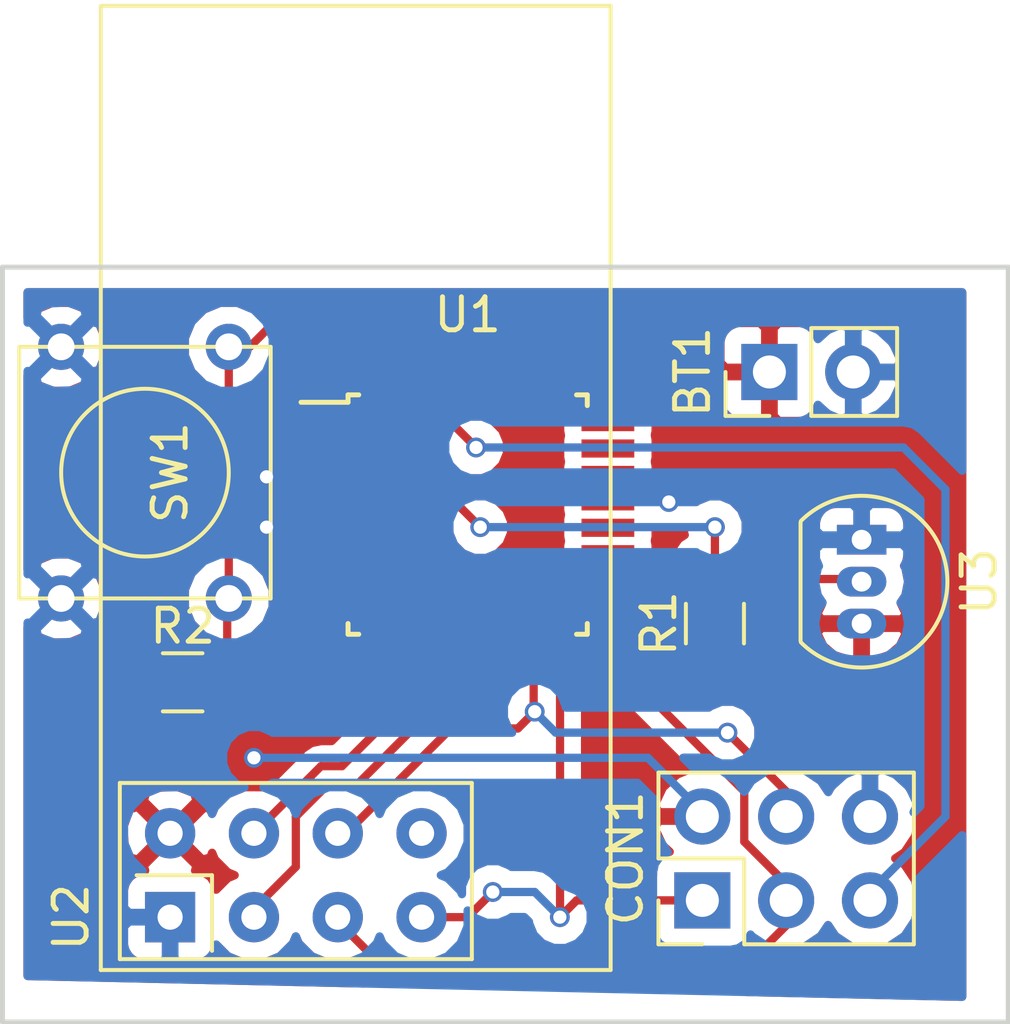
<source format=kicad_pcb>
(kicad_pcb (version 4) (host pcbnew 4.0.6)

  (general
    (links 30)
    (no_connects 0)
    (area 150.419999 83.109999 181.050001 106.120001)
    (thickness 1.6)
    (drawings 4)
    (tracks 100)
    (zones 0)
    (modules 8)
    (nets 30)
  )

  (page A4)
  (layers
    (0 F.Cu signal)
    (31 B.Cu signal)
    (32 B.Adhes user)
    (33 F.Adhes user)
    (34 B.Paste user)
    (35 F.Paste user)
    (36 B.SilkS user)
    (37 F.SilkS user)
    (38 B.Mask user)
    (39 F.Mask user)
    (40 Dwgs.User user hide)
    (41 Cmts.User user hide)
    (42 Eco1.User user hide)
    (43 Eco2.User user hide)
    (44 Edge.Cuts user)
    (45 Margin user hide)
    (46 B.CrtYd user)
    (47 F.CrtYd user)
    (48 B.Fab user)
    (49 F.Fab user)
  )

  (setup
    (last_trace_width 0.25)
    (trace_clearance 0.2)
    (zone_clearance 0.508)
    (zone_45_only no)
    (trace_min 0.2)
    (segment_width 0.2)
    (edge_width 0.15)
    (via_size 0.6)
    (via_drill 0.4)
    (via_min_size 0.4)
    (via_min_drill 0.3)
    (uvia_size 0.3)
    (uvia_drill 0.1)
    (uvias_allowed no)
    (uvia_min_size 0.2)
    (uvia_min_drill 0.1)
    (pcb_text_width 0.3)
    (pcb_text_size 1.5 1.5)
    (mod_edge_width 0.15)
    (mod_text_size 1 1)
    (mod_text_width 0.15)
    (pad_size 1.524 1.524)
    (pad_drill 0.762)
    (pad_to_mask_clearance 0.2)
    (aux_axis_origin 0 0)
    (visible_elements FFFFFF7F)
    (pcbplotparams
      (layerselection 0x00030_80000001)
      (usegerberextensions false)
      (excludeedgelayer true)
      (linewidth 0.100000)
      (plotframeref false)
      (viasonmask false)
      (mode 1)
      (useauxorigin false)
      (hpglpennumber 1)
      (hpglpenspeed 20)
      (hpglpendiameter 15)
      (hpglpenoverlay 2)
      (psnegative false)
      (psa4output false)
      (plotreference true)
      (plotvalue true)
      (plotinvisibletext false)
      (padsonsilk false)
      (subtractmaskfromsilk false)
      (outputformat 1)
      (mirror false)
      (drillshape 1)
      (scaleselection 1)
      (outputdirectory ""))
  )

  (net 0 "")
  (net 1 +3V3)
  (net 2 GND)
  (net 3 "Net-(R1-Pad2)")
  (net 4 "Net-(U1-Pad1)")
  (net 5 "Net-(U1-Pad2)")
  (net 6 "Net-(U1-Pad7)")
  (net 7 "Net-(U1-Pad8)")
  (net 8 "Net-(U1-Pad9)")
  (net 9 "Net-(U1-Pad10)")
  (net 10 CE)
  (net 11 CSN)
  (net 12 "Net-(U1-Pad13)")
  (net 13 "Net-(U1-Pad14)")
  (net 14 MOSI)
  (net 15 MISO)
  (net 16 SCK)
  (net 17 "Net-(U1-Pad19)")
  (net 18 "Net-(U1-Pad20)")
  (net 19 "Net-(U1-Pad22)")
  (net 20 "Net-(U1-Pad23)")
  (net 21 "Net-(U1-Pad24)")
  (net 22 "Net-(U1-Pad25)")
  (net 23 "Net-(U1-Pad26)")
  (net 24 "Net-(U1-Pad27)")
  (net 25 "Net-(U1-Pad28)")
  (net 26 "Net-(U1-Pad30)")
  (net 27 "Net-(U1-Pad31)")
  (net 28 "Net-(U2-Pad8)")
  (net 29 RST)

  (net_class Default "Dies ist die voreingestellte Netzklasse."
    (clearance 0.2)
    (trace_width 0.25)
    (via_dia 0.6)
    (via_drill 0.4)
    (uvia_dia 0.3)
    (uvia_drill 0.1)
    (add_net +3V3)
    (add_net CE)
    (add_net CSN)
    (add_net GND)
    (add_net MISO)
    (add_net MOSI)
    (add_net "Net-(R1-Pad2)")
    (add_net "Net-(U1-Pad1)")
    (add_net "Net-(U1-Pad10)")
    (add_net "Net-(U1-Pad13)")
    (add_net "Net-(U1-Pad14)")
    (add_net "Net-(U1-Pad19)")
    (add_net "Net-(U1-Pad2)")
    (add_net "Net-(U1-Pad20)")
    (add_net "Net-(U1-Pad22)")
    (add_net "Net-(U1-Pad23)")
    (add_net "Net-(U1-Pad24)")
    (add_net "Net-(U1-Pad25)")
    (add_net "Net-(U1-Pad26)")
    (add_net "Net-(U1-Pad27)")
    (add_net "Net-(U1-Pad28)")
    (add_net "Net-(U1-Pad30)")
    (add_net "Net-(U1-Pad31)")
    (add_net "Net-(U1-Pad7)")
    (add_net "Net-(U1-Pad8)")
    (add_net "Net-(U1-Pad9)")
    (add_net "Net-(U2-Pad8)")
    (add_net RST)
    (add_net SCK)
  )

  (module Pin_Headers:Pin_Header_Straight_1x02_Pitch2.54mm (layer F.Cu) (tedit 58CD4EC1) (tstamp 58E93B7F)
    (at 173.736 86.36 90)
    (descr "Through hole straight pin header, 1x02, 2.54mm pitch, single row")
    (tags "Through hole pin header THT 1x02 2.54mm single row")
    (path /58E93857)
    (fp_text reference BT1 (at 0 -2.33 90) (layer F.SilkS)
      (effects (font (size 1 1) (thickness 0.15)))
    )
    (fp_text value Battery (at 0 4.87 90) (layer F.Fab)
      (effects (font (size 1 1) (thickness 0.15)))
    )
    (fp_line (start -1.27 -1.27) (end -1.27 3.81) (layer F.Fab) (width 0.1))
    (fp_line (start -1.27 3.81) (end 1.27 3.81) (layer F.Fab) (width 0.1))
    (fp_line (start 1.27 3.81) (end 1.27 -1.27) (layer F.Fab) (width 0.1))
    (fp_line (start 1.27 -1.27) (end -1.27 -1.27) (layer F.Fab) (width 0.1))
    (fp_line (start -1.33 1.27) (end -1.33 3.87) (layer F.SilkS) (width 0.12))
    (fp_line (start -1.33 3.87) (end 1.33 3.87) (layer F.SilkS) (width 0.12))
    (fp_line (start 1.33 3.87) (end 1.33 1.27) (layer F.SilkS) (width 0.12))
    (fp_line (start 1.33 1.27) (end -1.33 1.27) (layer F.SilkS) (width 0.12))
    (fp_line (start -1.33 0) (end -1.33 -1.33) (layer F.SilkS) (width 0.12))
    (fp_line (start -1.33 -1.33) (end 0 -1.33) (layer F.SilkS) (width 0.12))
    (fp_line (start -1.8 -1.8) (end -1.8 4.35) (layer F.CrtYd) (width 0.05))
    (fp_line (start -1.8 4.35) (end 1.8 4.35) (layer F.CrtYd) (width 0.05))
    (fp_line (start 1.8 4.35) (end 1.8 -1.8) (layer F.CrtYd) (width 0.05))
    (fp_line (start 1.8 -1.8) (end -1.8 -1.8) (layer F.CrtYd) (width 0.05))
    (fp_text user %R (at 0 -2.33 90) (layer F.Fab)
      (effects (font (size 1 1) (thickness 0.15)))
    )
    (pad 1 thru_hole rect (at 0 0 90) (size 1.7 1.7) (drill 1) (layers *.Cu *.Mask)
      (net 1 +3V3))
    (pad 2 thru_hole oval (at 0 2.54 90) (size 1.7 1.7) (drill 1) (layers *.Cu *.Mask)
      (net 2 GND))
    (model ${KISYS3DMOD}/Pin_Headers.3dshapes/Pin_Header_Straight_1x02_Pitch2.54mm.wrl
      (at (xyz 0 -0.05 0))
      (scale (xyz 1 1 1))
      (rotate (xyz 0 0 90))
    )
  )

  (module Resistors_SMD:R_0805_HandSoldering (layer F.Cu) (tedit 58E0A804) (tstamp 58E93B85)
    (at 172.085 93.98 90)
    (descr "Resistor SMD 0805, hand soldering")
    (tags "resistor 0805")
    (path /58E93C16)
    (attr smd)
    (fp_text reference R1 (at 0 -1.7 90) (layer F.SilkS)
      (effects (font (size 1 1) (thickness 0.15)))
    )
    (fp_text value 4K7 (at 0 1.75 90) (layer F.Fab)
      (effects (font (size 1 1) (thickness 0.15)))
    )
    (fp_text user %R (at 0 0 90) (layer F.Fab)
      (effects (font (size 0.5 0.5) (thickness 0.075)))
    )
    (fp_line (start -1 0.62) (end -1 -0.62) (layer F.Fab) (width 0.1))
    (fp_line (start 1 0.62) (end -1 0.62) (layer F.Fab) (width 0.1))
    (fp_line (start 1 -0.62) (end 1 0.62) (layer F.Fab) (width 0.1))
    (fp_line (start -1 -0.62) (end 1 -0.62) (layer F.Fab) (width 0.1))
    (fp_line (start 0.6 0.88) (end -0.6 0.88) (layer F.SilkS) (width 0.12))
    (fp_line (start -0.6 -0.88) (end 0.6 -0.88) (layer F.SilkS) (width 0.12))
    (fp_line (start -2.35 -0.9) (end 2.35 -0.9) (layer F.CrtYd) (width 0.05))
    (fp_line (start -2.35 -0.9) (end -2.35 0.9) (layer F.CrtYd) (width 0.05))
    (fp_line (start 2.35 0.9) (end 2.35 -0.9) (layer F.CrtYd) (width 0.05))
    (fp_line (start 2.35 0.9) (end -2.35 0.9) (layer F.CrtYd) (width 0.05))
    (pad 1 smd rect (at -1.35 0 90) (size 1.5 1.3) (layers F.Cu F.Paste F.Mask)
      (net 1 +3V3))
    (pad 2 smd rect (at 1.35 0 90) (size 1.5 1.3) (layers F.Cu F.Paste F.Mask)
      (net 3 "Net-(R1-Pad2)"))
    (model ${KISYS3DMOD}/Resistors_SMD.3dshapes/R_0805.wrl
      (at (xyz 0 0 0))
      (scale (xyz 1 1 1))
      (rotate (xyz 0 0 0))
    )
  )

  (module Housings_QFP:TQFP-32_7x7mm_Pitch0.8mm (layer F.Cu) (tedit 58CC9A48) (tstamp 58E93BA9)
    (at 164.592 90.678)
    (descr "32-Lead Plastic Thin Quad Flatpack (PT) - 7x7x1.0 mm Body, 2.00 mm [TQFP] (see Microchip Packaging Specification 00000049BS.pdf)")
    (tags "QFP 0.8")
    (path /58E937BD)
    (attr smd)
    (fp_text reference U1 (at 0 -6.05) (layer F.SilkS)
      (effects (font (size 1 1) (thickness 0.15)))
    )
    (fp_text value ATMEGA328P-AU (at 0 6.05) (layer F.Fab)
      (effects (font (size 1 1) (thickness 0.15)))
    )
    (fp_text user %R (at 0 0) (layer F.Fab)
      (effects (font (size 1 1) (thickness 0.15)))
    )
    (fp_line (start -2.5 -3.5) (end 3.5 -3.5) (layer F.Fab) (width 0.15))
    (fp_line (start 3.5 -3.5) (end 3.5 3.5) (layer F.Fab) (width 0.15))
    (fp_line (start 3.5 3.5) (end -3.5 3.5) (layer F.Fab) (width 0.15))
    (fp_line (start -3.5 3.5) (end -3.5 -2.5) (layer F.Fab) (width 0.15))
    (fp_line (start -3.5 -2.5) (end -2.5 -3.5) (layer F.Fab) (width 0.15))
    (fp_line (start -5.3 -5.3) (end -5.3 5.3) (layer F.CrtYd) (width 0.05))
    (fp_line (start 5.3 -5.3) (end 5.3 5.3) (layer F.CrtYd) (width 0.05))
    (fp_line (start -5.3 -5.3) (end 5.3 -5.3) (layer F.CrtYd) (width 0.05))
    (fp_line (start -5.3 5.3) (end 5.3 5.3) (layer F.CrtYd) (width 0.05))
    (fp_line (start -3.625 -3.625) (end -3.625 -3.4) (layer F.SilkS) (width 0.15))
    (fp_line (start 3.625 -3.625) (end 3.625 -3.3) (layer F.SilkS) (width 0.15))
    (fp_line (start 3.625 3.625) (end 3.625 3.3) (layer F.SilkS) (width 0.15))
    (fp_line (start -3.625 3.625) (end -3.625 3.3) (layer F.SilkS) (width 0.15))
    (fp_line (start -3.625 -3.625) (end -3.3 -3.625) (layer F.SilkS) (width 0.15))
    (fp_line (start -3.625 3.625) (end -3.3 3.625) (layer F.SilkS) (width 0.15))
    (fp_line (start 3.625 3.625) (end 3.3 3.625) (layer F.SilkS) (width 0.15))
    (fp_line (start 3.625 -3.625) (end 3.3 -3.625) (layer F.SilkS) (width 0.15))
    (fp_line (start -3.625 -3.4) (end -5.05 -3.4) (layer F.SilkS) (width 0.15))
    (pad 1 smd rect (at -4.25 -2.8) (size 1.6 0.55) (layers F.Cu F.Paste F.Mask)
      (net 4 "Net-(U1-Pad1)"))
    (pad 2 smd rect (at -4.25 -2) (size 1.6 0.55) (layers F.Cu F.Paste F.Mask)
      (net 5 "Net-(U1-Pad2)"))
    (pad 3 smd rect (at -4.25 -1.2) (size 1.6 0.55) (layers F.Cu F.Paste F.Mask)
      (net 2 GND))
    (pad 4 smd rect (at -4.25 -0.4) (size 1.6 0.55) (layers F.Cu F.Paste F.Mask)
      (net 1 +3V3))
    (pad 5 smd rect (at -4.25 0.4) (size 1.6 0.55) (layers F.Cu F.Paste F.Mask)
      (net 2 GND))
    (pad 6 smd rect (at -4.25 1.2) (size 1.6 0.55) (layers F.Cu F.Paste F.Mask)
      (net 1 +3V3))
    (pad 7 smd rect (at -4.25 2) (size 1.6 0.55) (layers F.Cu F.Paste F.Mask)
      (net 6 "Net-(U1-Pad7)"))
    (pad 8 smd rect (at -4.25 2.8) (size 1.6 0.55) (layers F.Cu F.Paste F.Mask)
      (net 7 "Net-(U1-Pad8)"))
    (pad 9 smd rect (at -2.8 4.25 90) (size 1.6 0.55) (layers F.Cu F.Paste F.Mask)
      (net 8 "Net-(U1-Pad9)"))
    (pad 10 smd rect (at -2 4.25 90) (size 1.6 0.55) (layers F.Cu F.Paste F.Mask)
      (net 9 "Net-(U1-Pad10)"))
    (pad 11 smd rect (at -1.2 4.25 90) (size 1.6 0.55) (layers F.Cu F.Paste F.Mask)
      (net 11 CSN))
    (pad 12 smd rect (at -0.4 4.25 90) (size 1.6 0.55) (layers F.Cu F.Paste F.Mask)
      (net 10 CE))
    (pad 13 smd rect (at 0.4 4.25 90) (size 1.6 0.55) (layers F.Cu F.Paste F.Mask)
      (net 12 "Net-(U1-Pad13)"))
    (pad 14 smd rect (at 1.2 4.25 90) (size 1.6 0.55) (layers F.Cu F.Paste F.Mask)
      (net 13 "Net-(U1-Pad14)"))
    (pad 15 smd rect (at 2 4.25 90) (size 1.6 0.55) (layers F.Cu F.Paste F.Mask)
      (net 14 MOSI))
    (pad 16 smd rect (at 2.8 4.25 90) (size 1.6 0.55) (layers F.Cu F.Paste F.Mask)
      (net 15 MISO))
    (pad 17 smd rect (at 4.25 2.8) (size 1.6 0.55) (layers F.Cu F.Paste F.Mask)
      (net 16 SCK))
    (pad 18 smd rect (at 4.25 2) (size 1.6 0.55) (layers F.Cu F.Paste F.Mask)
      (net 1 +3V3))
    (pad 19 smd rect (at 4.25 1.2) (size 1.6 0.55) (layers F.Cu F.Paste F.Mask)
      (net 17 "Net-(U1-Pad19)"))
    (pad 20 smd rect (at 4.25 0.4) (size 1.6 0.55) (layers F.Cu F.Paste F.Mask)
      (net 18 "Net-(U1-Pad20)"))
    (pad 21 smd rect (at 4.25 -0.4) (size 1.6 0.55) (layers F.Cu F.Paste F.Mask)
      (net 2 GND))
    (pad 22 smd rect (at 4.25 -1.2) (size 1.6 0.55) (layers F.Cu F.Paste F.Mask)
      (net 19 "Net-(U1-Pad22)"))
    (pad 23 smd rect (at 4.25 -2) (size 1.6 0.55) (layers F.Cu F.Paste F.Mask)
      (net 20 "Net-(U1-Pad23)"))
    (pad 24 smd rect (at 4.25 -2.8) (size 1.6 0.55) (layers F.Cu F.Paste F.Mask)
      (net 21 "Net-(U1-Pad24)"))
    (pad 25 smd rect (at 2.8 -4.25 90) (size 1.6 0.55) (layers F.Cu F.Paste F.Mask)
      (net 22 "Net-(U1-Pad25)"))
    (pad 26 smd rect (at 2 -4.25 90) (size 1.6 0.55) (layers F.Cu F.Paste F.Mask)
      (net 23 "Net-(U1-Pad26)"))
    (pad 27 smd rect (at 1.2 -4.25 90) (size 1.6 0.55) (layers F.Cu F.Paste F.Mask)
      (net 24 "Net-(U1-Pad27)"))
    (pad 28 smd rect (at 0.4 -4.25 90) (size 1.6 0.55) (layers F.Cu F.Paste F.Mask)
      (net 25 "Net-(U1-Pad28)"))
    (pad 29 smd rect (at -0.4 -4.25 90) (size 1.6 0.55) (layers F.Cu F.Paste F.Mask)
      (net 29 RST))
    (pad 30 smd rect (at -1.2 -4.25 90) (size 1.6 0.55) (layers F.Cu F.Paste F.Mask)
      (net 26 "Net-(U1-Pad30)"))
    (pad 31 smd rect (at -2 -4.25 90) (size 1.6 0.55) (layers F.Cu F.Paste F.Mask)
      (net 27 "Net-(U1-Pad31)"))
    (pad 32 smd rect (at -2.8 -4.25 90) (size 1.6 0.55) (layers F.Cu F.Paste F.Mask)
      (net 3 "Net-(R1-Pad2)"))
    (model Housings_QFP.3dshapes/TQFP-32_7x7mm_Pitch0.8mm.wrl
      (at (xyz 0 0 0))
      (scale (xyz 1 1 1))
      (rotate (xyz 0 0 0))
    )
  )

  (module RF_Modules:nRF24L01_Breakout (layer F.Cu) (tedit 587EDB46) (tstamp 58E93BB5)
    (at 155.575 102.87 90)
    (descr "nRF24L01 breakout board")
    (tags "nRF24L01 adapter breakout")
    (path /58E93911)
    (fp_text reference U2 (at 0 -3 90) (layer F.SilkS)
      (effects (font (size 1 1) (thickness 0.15)))
    )
    (fp_text value NRF24L01_Breakout (at 13 5 90) (layer F.Fab)
      (effects (font (size 1 1) (thickness 0.15)))
    )
    (fp_line (start -1.5 -2) (end 27.5 -2) (layer F.Fab) (width 0.1))
    (fp_line (start 27.5 -2) (end 27.5 13.25) (layer F.Fab) (width 0.1))
    (fp_line (start 27.5 13.25) (end -1.5 13.25) (layer F.Fab) (width 0.1))
    (fp_line (start -1.5 13.25) (end -1.5 -2) (layer F.Fab) (width 0.1))
    (fp_line (start -1.5 -2) (end -1.5 -2) (layer F.Fab) (width 0.1))
    (fp_line (start -1.27 -1.27) (end 3.81 -1.27) (layer F.Fab) (width 0.1))
    (fp_line (start 3.81 -1.27) (end 3.81 8.89) (layer F.Fab) (width 0.1))
    (fp_line (start 3.81 8.89) (end -1.27 8.89) (layer F.Fab) (width 0.1))
    (fp_line (start -1.27 8.89) (end -1.27 -1.27) (layer F.Fab) (width 0.1))
    (fp_line (start -1.27 -1.27) (end -1.27 -1.27) (layer F.Fab) (width 0.1))
    (fp_line (start -1.27 -1.524) (end 4.064 -1.524) (layer F.SilkS) (width 0.12))
    (fp_line (start 4.064 -1.524) (end 4.064 9.144) (layer F.SilkS) (width 0.12))
    (fp_line (start 4.064 9.144) (end -1.27 9.144) (layer F.SilkS) (width 0.12))
    (fp_line (start -1.27 9.144) (end -1.27 9.144) (layer F.SilkS) (width 0.12))
    (fp_line (start 1.27 -1.016) (end 1.27 1.27) (layer F.SilkS) (width 0.12))
    (fp_line (start 1.27 1.27) (end -1.016 1.27) (layer F.SilkS) (width 0.12))
    (fp_line (start -1.016 1.27) (end -1.016 1.27) (layer F.SilkS) (width 0.12))
    (fp_line (start -1.6 -2.1) (end 27.6 -2.1) (layer F.SilkS) (width 0.12))
    (fp_line (start 27.6 -2.1) (end 27.6 13.35) (layer F.SilkS) (width 0.12))
    (fp_line (start 27.6 13.35) (end -1.6 13.35) (layer F.SilkS) (width 0.12))
    (fp_line (start -1.6 13.35) (end -1.6 -2.1) (layer F.SilkS) (width 0.12))
    (fp_line (start -1.6 -2.1) (end -1.6 -2.1) (layer F.SilkS) (width 0.12))
    (fp_line (start -1.27 9.144) (end -1.27 -1.524) (layer F.SilkS) (width 0.12))
    (fp_line (start -1.27 -1.524) (end -1.27 -1.524) (layer F.SilkS) (width 0.12))
    (fp_line (start 27.75 -2.25) (end -1.75 -2.25) (layer F.CrtYd) (width 0.05))
    (fp_line (start -1.75 -2.25) (end -1.75 13.5) (layer F.CrtYd) (width 0.05))
    (fp_line (start -1.75 13.5) (end 27.75 13.5) (layer F.CrtYd) (width 0.05))
    (fp_line (start 27.75 13.5) (end 27.75 -2.25) (layer F.CrtYd) (width 0.05))
    (fp_line (start 27.75 -2.25) (end 27.75 -2.25) (layer F.CrtYd) (width 0.05))
    (pad 1 thru_hole rect (at 0 0 90) (size 1.524 1.524) (drill 0.762) (layers *.Cu *.Mask)
      (net 2 GND))
    (pad 2 thru_hole circle (at 2.54 0 90) (size 1.524 1.524) (drill 0.762) (layers *.Cu *.Mask)
      (net 1 +3V3))
    (pad 3 thru_hole circle (at 0 2.54 90) (size 1.524 1.524) (drill 0.762) (layers *.Cu *.Mask)
      (net 10 CE))
    (pad 4 thru_hole circle (at 2.54 2.54 90) (size 1.524 1.524) (drill 0.762) (layers *.Cu *.Mask)
      (net 11 CSN))
    (pad 5 thru_hole circle (at 0 5.08 90) (size 1.524 1.524) (drill 0.762) (layers *.Cu *.Mask)
      (net 16 SCK))
    (pad 6 thru_hole circle (at 2.54 5.08 90) (size 1.524 1.524) (drill 0.762) (layers *.Cu *.Mask)
      (net 14 MOSI))
    (pad 7 thru_hole circle (at 0 7.62 90) (size 1.524 1.524) (drill 0.762) (layers *.Cu *.Mask)
      (net 15 MISO))
    (pad 8 thru_hole circle (at 2.54 7.62 90) (size 1.524 1.524) (drill 0.762) (layers *.Cu *.Mask)
      (net 28 "Net-(U2-Pad8)"))
  )

  (module TO_SOT_Packages_THT:TO-92_Inline_Narrow_Oval (layer F.Cu) (tedit 58CE52AF) (tstamp 58E93BBC)
    (at 176.53 91.44 270)
    (descr "TO-92 leads in-line, narrow, oval pads, drill 0.6mm (see NXP sot054_po.pdf)")
    (tags "to-92 sc-43 sc-43a sot54 PA33 transistor")
    (path /58E93A82)
    (fp_text reference U3 (at 1.27 -3.56 270) (layer F.SilkS)
      (effects (font (size 1 1) (thickness 0.15)))
    )
    (fp_text value DS18B20 (at 1.27 2.79 270) (layer F.Fab)
      (effects (font (size 1 1) (thickness 0.15)))
    )
    (fp_text user %R (at 1.27 -3.56 270) (layer F.Fab)
      (effects (font (size 1 1) (thickness 0.15)))
    )
    (fp_line (start -0.53 1.85) (end 3.07 1.85) (layer F.SilkS) (width 0.12))
    (fp_line (start -0.5 1.75) (end 3 1.75) (layer F.Fab) (width 0.1))
    (fp_line (start -1.46 -2.73) (end 4 -2.73) (layer F.CrtYd) (width 0.05))
    (fp_line (start -1.46 -2.73) (end -1.46 2.01) (layer F.CrtYd) (width 0.05))
    (fp_line (start 4 2.01) (end 4 -2.73) (layer F.CrtYd) (width 0.05))
    (fp_line (start 4 2.01) (end -1.46 2.01) (layer F.CrtYd) (width 0.05))
    (fp_arc (start 1.27 0) (end 1.27 -2.48) (angle 135) (layer F.Fab) (width 0.1))
    (fp_arc (start 1.27 0) (end 1.27 -2.6) (angle -135) (layer F.SilkS) (width 0.12))
    (fp_arc (start 1.27 0) (end 1.27 -2.48) (angle -135) (layer F.Fab) (width 0.1))
    (fp_arc (start 1.27 0) (end 1.27 -2.6) (angle 135) (layer F.SilkS) (width 0.12))
    (pad 2 thru_hole oval (at 1.27 0 90) (size 0.9 1.5) (drill 0.6) (layers *.Cu *.Mask)
      (net 3 "Net-(R1-Pad2)"))
    (pad 3 thru_hole oval (at 2.54 0 90) (size 0.9 1.5) (drill 0.6) (layers *.Cu *.Mask)
      (net 1 +3V3))
    (pad 1 thru_hole rect (at 0 0 90) (size 0.9 1.5) (drill 0.6) (layers *.Cu *.Mask)
      (net 2 GND))
    (model ${KISYS3DMOD}/TO_SOT_Packages_THT.3dshapes/TO-92_Inline_Narrow_Oval.wrl
      (at (xyz 0.05 0 0))
      (scale (xyz 1 1 1))
      (rotate (xyz 0 0 -90))
    )
  )

  (module Pin_Headers:Pin_Header_Straight_2x03_Pitch2.54mm (layer F.Cu) (tedit 58CD4EC5) (tstamp 58E94BEC)
    (at 171.704 102.362 90)
    (descr "Through hole straight pin header, 2x03, 2.54mm pitch, double rows")
    (tags "Through hole pin header THT 2x03 2.54mm double row")
    (path /58E949B8)
    (fp_text reference CON1 (at 1.27 -2.33 90) (layer F.SilkS)
      (effects (font (size 1 1) (thickness 0.15)))
    )
    (fp_text value AVR-ISP-6 (at 1.27 7.41 90) (layer F.Fab)
      (effects (font (size 1 1) (thickness 0.15)))
    )
    (fp_line (start -1.27 -1.27) (end -1.27 6.35) (layer F.Fab) (width 0.1))
    (fp_line (start -1.27 6.35) (end 3.81 6.35) (layer F.Fab) (width 0.1))
    (fp_line (start 3.81 6.35) (end 3.81 -1.27) (layer F.Fab) (width 0.1))
    (fp_line (start 3.81 -1.27) (end -1.27 -1.27) (layer F.Fab) (width 0.1))
    (fp_line (start -1.33 1.27) (end -1.33 6.41) (layer F.SilkS) (width 0.12))
    (fp_line (start -1.33 6.41) (end 3.87 6.41) (layer F.SilkS) (width 0.12))
    (fp_line (start 3.87 6.41) (end 3.87 -1.33) (layer F.SilkS) (width 0.12))
    (fp_line (start 3.87 -1.33) (end 1.27 -1.33) (layer F.SilkS) (width 0.12))
    (fp_line (start 1.27 -1.33) (end 1.27 1.27) (layer F.SilkS) (width 0.12))
    (fp_line (start 1.27 1.27) (end -1.33 1.27) (layer F.SilkS) (width 0.12))
    (fp_line (start -1.33 0) (end -1.33 -1.33) (layer F.SilkS) (width 0.12))
    (fp_line (start -1.33 -1.33) (end 0 -1.33) (layer F.SilkS) (width 0.12))
    (fp_line (start -1.8 -1.8) (end -1.8 6.85) (layer F.CrtYd) (width 0.05))
    (fp_line (start -1.8 6.85) (end 4.35 6.85) (layer F.CrtYd) (width 0.05))
    (fp_line (start 4.35 6.85) (end 4.35 -1.8) (layer F.CrtYd) (width 0.05))
    (fp_line (start 4.35 -1.8) (end -1.8 -1.8) (layer F.CrtYd) (width 0.05))
    (fp_text user %R (at 1.27 -2.33 90) (layer F.Fab)
      (effects (font (size 1 1) (thickness 0.15)))
    )
    (pad 1 thru_hole rect (at 0 0 90) (size 1.7 1.7) (drill 1) (layers *.Cu *.Mask)
      (net 15 MISO))
    (pad 2 thru_hole oval (at 2.54 0 90) (size 1.7 1.7) (drill 1) (layers *.Cu *.Mask)
      (net 1 +3V3))
    (pad 3 thru_hole oval (at 0 2.54 90) (size 1.7 1.7) (drill 1) (layers *.Cu *.Mask)
      (net 16 SCK))
    (pad 4 thru_hole oval (at 2.54 2.54 90) (size 1.7 1.7) (drill 1) (layers *.Cu *.Mask)
      (net 14 MOSI))
    (pad 5 thru_hole oval (at 0 5.08 90) (size 1.7 1.7) (drill 1) (layers *.Cu *.Mask)
      (net 29 RST))
    (pad 6 thru_hole oval (at 2.54 5.08 90) (size 1.7 1.7) (drill 1) (layers *.Cu *.Mask)
      (net 2 GND))
    (model ${KISYS3DMOD}/Pin_Headers.3dshapes/Pin_Header_Straight_2x03_Pitch2.54mm.wrl
      (at (xyz 0.05 -0.1 0))
      (scale (xyz 1 1 1))
      (rotate (xyz 0 0 90))
    )
  )

  (module Resistors_SMD:R_0805_HandSoldering (layer F.Cu) (tedit 58E0A804) (tstamp 58E94BF2)
    (at 155.956 95.758)
    (descr "Resistor SMD 0805, hand soldering")
    (tags "resistor 0805")
    (path /58E94C94)
    (attr smd)
    (fp_text reference R2 (at 0 -1.7) (layer F.SilkS)
      (effects (font (size 1 1) (thickness 0.15)))
    )
    (fp_text value 10K (at 0 1.75) (layer F.Fab)
      (effects (font (size 1 1) (thickness 0.15)))
    )
    (fp_text user %R (at 0 0) (layer F.Fab)
      (effects (font (size 0.5 0.5) (thickness 0.075)))
    )
    (fp_line (start -1 0.62) (end -1 -0.62) (layer F.Fab) (width 0.1))
    (fp_line (start 1 0.62) (end -1 0.62) (layer F.Fab) (width 0.1))
    (fp_line (start 1 -0.62) (end 1 0.62) (layer F.Fab) (width 0.1))
    (fp_line (start -1 -0.62) (end 1 -0.62) (layer F.Fab) (width 0.1))
    (fp_line (start 0.6 0.88) (end -0.6 0.88) (layer F.SilkS) (width 0.12))
    (fp_line (start -0.6 -0.88) (end 0.6 -0.88) (layer F.SilkS) (width 0.12))
    (fp_line (start -2.35 -0.9) (end 2.35 -0.9) (layer F.CrtYd) (width 0.05))
    (fp_line (start -2.35 -0.9) (end -2.35 0.9) (layer F.CrtYd) (width 0.05))
    (fp_line (start 2.35 0.9) (end 2.35 -0.9) (layer F.CrtYd) (width 0.05))
    (fp_line (start 2.35 0.9) (end -2.35 0.9) (layer F.CrtYd) (width 0.05))
    (pad 1 smd rect (at -1.35 0) (size 1.5 1.3) (layers F.Cu F.Paste F.Mask)
      (net 1 +3V3))
    (pad 2 smd rect (at 1.35 0) (size 1.5 1.3) (layers F.Cu F.Paste F.Mask)
      (net 29 RST))
    (model ${KISYS3DMOD}/Resistors_SMD.3dshapes/R_0805.wrl
      (at (xyz 0 0 0))
      (scale (xyz 1 1 1))
      (rotate (xyz 0 0 0))
    )
  )

  (module Buttons_Switches_THT:SW_PUSH_SMALL (layer F.Cu) (tedit 0) (tstamp 58E94BFA)
    (at 154.813 89.408 270)
    (path /58E94BCE)
    (fp_text reference SW1 (at 0 -0.762 270) (layer F.SilkS)
      (effects (font (size 1 1) (thickness 0.15)))
    )
    (fp_text value SW_Push (at 0 1.016 270) (layer F.Fab)
      (effects (font (size 1 1) (thickness 0.15)))
    )
    (fp_circle (center 0 0) (end 0 -2.54) (layer F.SilkS) (width 0.12))
    (fp_line (start -3.81 -3.81) (end 3.81 -3.81) (layer F.SilkS) (width 0.12))
    (fp_line (start 3.81 -3.81) (end 3.81 3.81) (layer F.SilkS) (width 0.12))
    (fp_line (start 3.81 3.81) (end -3.81 3.81) (layer F.SilkS) (width 0.12))
    (fp_line (start -3.81 -3.81) (end -3.81 3.81) (layer F.SilkS) (width 0.12))
    (pad 1 thru_hole circle (at 3.81 -2.54 270) (size 1.397 1.397) (drill 0.8128) (layers *.Cu *.Mask)
      (net 29 RST))
    (pad 2 thru_hole circle (at 3.81 2.54 270) (size 1.397 1.397) (drill 0.8128) (layers *.Cu *.Mask)
      (net 2 GND))
    (pad 1 thru_hole circle (at -3.81 -2.54 270) (size 1.397 1.397) (drill 0.8128) (layers *.Cu *.Mask)
      (net 29 RST))
    (pad 2 thru_hole circle (at -3.81 2.54 270) (size 1.397 1.397) (drill 0.8128) (layers *.Cu *.Mask)
      (net 2 GND))
  )

  (gr_line (start 150.495 106.045) (end 150.495 83.185) (angle 90) (layer Edge.Cuts) (width 0.15))
  (gr_line (start 180.975 106.045) (end 150.495 106.045) (angle 90) (layer Edge.Cuts) (width 0.15))
  (gr_line (start 180.975 83.185) (end 180.975 106.045) (angle 90) (layer Edge.Cuts) (width 0.15))
  (gr_line (start 150.495 83.185) (end 180.975 83.185) (angle 90) (layer Edge.Cuts) (width 0.15))

  (segment (start 168.842 92.678) (end 170.021 92.678) (width 0.25) (layer F.Cu) (net 1) (status 400000))
  (segment (start 170.815 94.06) (end 172.085 95.33) (width 0.25) (layer F.Cu) (net 1) (tstamp 58E95180) (status 800000))
  (segment (start 170.815 93.472) (end 170.815 94.06) (width 0.25) (layer F.Cu) (net 1) (tstamp 58E9517D))
  (segment (start 170.021 92.678) (end 170.815 93.472) (width 0.25) (layer F.Cu) (net 1) (tstamp 58E9517B))
  (segment (start 171.704 99.822) (end 171.831 99.822) (width 0.25) (layer B.Cu) (net 1) (status C00000))
  (segment (start 171.831 99.822) (end 170.053 98.044) (width 0.25) (layer B.Cu) (net 1) (tstamp 58E950B0) (status 400000))
  (segment (start 170.053 98.044) (end 158.115 98.044) (width 0.25) (layer B.Cu) (net 1) (tstamp 58E950B9))
  (via (at 158.115 98.044) (size 0.6) (drill 0.4) (layers F.Cu B.Cu) (net 1))
  (segment (start 158.115 98.044) (end 155.829 100.33) (width 0.25) (layer F.Cu) (net 1) (tstamp 58E950DB) (status 800000))
  (segment (start 155.829 100.33) (end 155.575 100.33) (width 0.25) (layer F.Cu) (net 1) (tstamp 58E950DC) (status C00000))
  (segment (start 168.842 92.678) (end 162.782 92.678) (width 0.25) (layer F.Cu) (net 1) (status 400000))
  (segment (start 162.782 92.678) (end 162.052 91.948) (width 0.25) (layer F.Cu) (net 1) (tstamp 58E95050))
  (segment (start 160.342 90.278) (end 162.071 90.278) (width 0.25) (layer F.Cu) (net 1) (status 400000))
  (segment (start 161.868 91.878) (end 160.342 91.878) (width 0.25) (layer F.Cu) (net 1) (tstamp 58E95046) (status 800000))
  (segment (start 162.306 91.44) (end 161.868 91.878) (width 0.25) (layer F.Cu) (net 1) (tstamp 58E95044))
  (segment (start 162.306 90.513) (end 162.306 91.44) (width 0.25) (layer F.Cu) (net 1) (tstamp 58E95041))
  (segment (start 162.071 90.278) (end 162.306 90.513) (width 0.25) (layer F.Cu) (net 1) (tstamp 58E95040))
  (segment (start 160.342 91.878) (end 159.061 91.878) (width 0.25) (layer F.Cu) (net 1) (status 400000))
  (segment (start 159.061 91.878) (end 159.004 91.821) (width 0.25) (layer F.Cu) (net 1) (tstamp 58E95030))
  (segment (start 160.342 89.478) (end 158.553 89.478) (width 0.25) (layer F.Cu) (net 2) (status 400000))
  (via (at 158.496 89.535) (size 0.6) (drill 0.4) (layers F.Cu B.Cu) (net 2))
  (segment (start 158.553 89.478) (end 158.496 89.535) (width 0.25) (layer F.Cu) (net 2) (tstamp 58E9515B))
  (segment (start 168.842 90.278) (end 170.669 90.278) (width 0.25) (layer F.Cu) (net 2) (status 400000))
  (via (at 170.688 90.297) (size 0.6) (drill 0.4) (layers F.Cu B.Cu) (net 2))
  (segment (start 170.669 90.278) (end 170.688 90.297) (width 0.25) (layer F.Cu) (net 2) (tstamp 58E95104))
  (segment (start 160.342 91.078) (end 158.515 91.078) (width 0.25) (layer F.Cu) (net 2) (status 400000))
  (via (at 158.496 91.059) (size 0.6) (drill 0.4) (layers F.Cu B.Cu) (net 2))
  (segment (start 158.515 91.078) (end 158.496 91.059) (width 0.25) (layer F.Cu) (net 2) (tstamp 58E950EF))
  (segment (start 161.792 86.428) (end 161.792 87.878) (width 0.25) (layer F.Cu) (net 3) (status 400000))
  (segment (start 172.085 91.059) (end 172.085 92.63) (width 0.25) (layer F.Cu) (net 3) (tstamp 58E95132) (status 800000))
  (via (at 172.085 91.059) (size 0.6) (drill 0.4) (layers F.Cu B.Cu) (net 3))
  (segment (start 164.973 91.059) (end 172.085 91.059) (width 0.25) (layer B.Cu) (net 3) (tstamp 58E9512D))
  (via (at 164.973 91.059) (size 0.6) (drill 0.4) (layers F.Cu B.Cu) (net 3))
  (segment (start 161.792 87.878) (end 164.973 91.059) (width 0.25) (layer F.Cu) (net 3) (tstamp 58E9511F))
  (segment (start 172.085 92.63) (end 176.45 92.63) (width 0.25) (layer F.Cu) (net 3))
  (segment (start 176.45 92.63) (end 176.53 92.71) (width 0.25) (layer F.Cu) (net 3) (tstamp 58E93C2F))
  (segment (start 158.115 102.87) (end 158.115 102.616) (width 0.25) (layer F.Cu) (net 10))
  (segment (start 158.115 102.616) (end 159.385 101.346) (width 0.25) (layer F.Cu) (net 10) (tstamp 58E94EF8))
  (segment (start 164.192 95.904) (end 164.192 94.928) (width 0.25) (layer F.Cu) (net 10) (tstamp 58E94F0B))
  (segment (start 161.29 98.806) (end 164.192 95.904) (width 0.25) (layer F.Cu) (net 10) (tstamp 58E94F06))
  (segment (start 160.401 98.806) (end 161.29 98.806) (width 0.25) (layer F.Cu) (net 10) (tstamp 58E94F05))
  (segment (start 159.385 99.822) (end 160.401 98.806) (width 0.25) (layer F.Cu) (net 10) (tstamp 58E94EFF))
  (segment (start 159.385 101.346) (end 159.385 99.822) (width 0.25) (layer F.Cu) (net 10) (tstamp 58E94EFB))
  (segment (start 158.115 102.235) (end 158.115 102.87) (width 0.25) (layer F.Cu) (net 10) (tstamp 58E93C28))
  (segment (start 163.392 94.928) (end 163.392 95.688) (width 0.25) (layer F.Cu) (net 11))
  (segment (start 163.392 95.688) (end 160.782 98.298) (width 0.25) (layer F.Cu) (net 11) (tstamp 58E94E96))
  (segment (start 160.782 98.298) (end 160.147 98.298) (width 0.25) (layer F.Cu) (net 11) (tstamp 58E94E99))
  (segment (start 160.147 98.298) (end 158.115 100.33) (width 0.25) (layer F.Cu) (net 11) (tstamp 58E94E9C))
  (segment (start 163.195 95.785) (end 163.29 95.69) (width 0.25) (layer F.Cu) (net 11) (tstamp 58E93C1B))
  (segment (start 172.466 97.282) (end 167.259 97.282) (width 0.25) (layer B.Cu) (net 14))
  (via (at 172.466 97.282) (size 0.6) (drill 0.4) (layers F.Cu B.Cu) (net 14))
  (segment (start 174.244 99.06) (end 172.466 97.282) (width 0.25) (layer F.Cu) (net 14) (tstamp 58E94CE9))
  (segment (start 166.592 96.647) (end 166.592 96.679) (width 0.25) (layer F.Cu) (net 14) (tstamp 58E94F38))
  (segment (start 166.624 96.647) (end 166.592 96.647) (width 0.25) (layer F.Cu) (net 14) (tstamp 58E94F37))
  (via (at 166.624 96.647) (size 0.6) (drill 0.4) (layers F.Cu B.Cu) (net 14))
  (segment (start 167.259 97.282) (end 166.624 96.647) (width 0.25) (layer B.Cu) (net 14) (tstamp 58E94F2F))
  (segment (start 160.655 100.33) (end 160.909 100.33) (width 0.25) (layer F.Cu) (net 14))
  (segment (start 160.909 100.33) (end 164.084 97.155) (width 0.25) (layer F.Cu) (net 14) (tstamp 58E94F1A))
  (segment (start 164.084 97.155) (end 166.116 97.155) (width 0.25) (layer F.Cu) (net 14) (tstamp 58E94F21))
  (segment (start 166.116 97.155) (end 166.592 96.679) (width 0.25) (layer F.Cu) (net 14) (tstamp 58E94F27))
  (segment (start 166.592 96.679) (end 166.592 94.928) (width 0.25) (layer F.Cu) (net 14) (tstamp 58E94F28))
  (segment (start 160.655 100.33) (end 160.655 100.203) (width 0.25) (layer F.Cu) (net 14))
  (segment (start 174.244 99.06) (end 174.244 99.822) (width 0.25) (layer F.Cu) (net 14) (tstamp 58E94CEA))
  (segment (start 167.392 94.928) (end 167.392 102.864) (width 0.25) (layer F.Cu) (net 15))
  (segment (start 167.392 102.864) (end 167.386 102.87) (width 0.25) (layer F.Cu) (net 15) (tstamp 58E94F47))
  (segment (start 171.704 102.362) (end 167.894 102.362) (width 0.25) (layer F.Cu) (net 15))
  (segment (start 164.592 102.87) (end 163.195 102.87) (width 0.25) (layer F.Cu) (net 15) (tstamp 58E94C35))
  (segment (start 165.354 102.108) (end 164.592 102.87) (width 0.25) (layer F.Cu) (net 15) (tstamp 58E94C34))
  (via (at 165.354 102.108) (size 0.6) (drill 0.4) (layers F.Cu B.Cu) (net 15))
  (segment (start 166.624 102.108) (end 165.354 102.108) (width 0.25) (layer B.Cu) (net 15) (tstamp 58E94C2D))
  (segment (start 167.386 102.87) (end 166.624 102.108) (width 0.25) (layer B.Cu) (net 15) (tstamp 58E94C2C))
  (via (at 167.386 102.87) (size 0.6) (drill 0.4) (layers F.Cu B.Cu) (net 15))
  (segment (start 167.894 102.362) (end 167.386 102.87) (width 0.25) (layer F.Cu) (net 15) (tstamp 58E94C25))
  (segment (start 174.244 102.362) (end 174.244 101.854) (width 0.25) (layer F.Cu) (net 16) (status C00000))
  (segment (start 174.244 101.854) (end 172.974 100.584) (width 0.25) (layer F.Cu) (net 16) (tstamp 58E95068) (status 400000))
  (segment (start 168.842 94.928) (end 168.842 93.478) (width 0.25) (layer F.Cu) (net 16) (tstamp 58E95073) (status 800000))
  (segment (start 172.974 99.06) (end 168.842 94.928) (width 0.25) (layer F.Cu) (net 16) (tstamp 58E95070))
  (segment (start 172.974 100.584) (end 172.974 99.06) (width 0.25) (layer F.Cu) (net 16) (tstamp 58E9506C))
  (segment (start 174.244 102.362) (end 174.244 103.124) (width 0.25) (layer F.Cu) (net 16))
  (segment (start 174.244 103.124) (end 172.974 104.394) (width 0.25) (layer F.Cu) (net 16) (tstamp 58E94C17))
  (segment (start 172.974 104.394) (end 164.084 104.394) (width 0.25) (layer F.Cu) (net 16) (tstamp 58E94C18))
  (segment (start 160.655 102.87) (end 160.655 102.997) (width 0.25) (layer F.Cu) (net 16))
  (segment (start 160.655 102.997) (end 162.052 104.394) (width 0.25) (layer F.Cu) (net 16) (tstamp 58E93D42))
  (segment (start 162.052 104.394) (end 164.084 104.394) (width 0.25) (layer F.Cu) (net 16) (tstamp 58E93D43))
  (segment (start 157.353 85.598) (end 157.353 93.218) (width 0.25) (layer F.Cu) (net 29) (status C00000))
  (segment (start 157.306 95.758) (end 157.306 93.265) (width 0.25) (layer F.Cu) (net 29) (status C00000))
  (segment (start 157.306 93.265) (end 157.353 93.218) (width 0.25) (layer F.Cu) (net 29) (tstamp 58E95019) (status C00000))
  (segment (start 157.353 85.598) (end 157.988 85.598) (width 0.25) (layer F.Cu) (net 29))
  (segment (start 157.988 85.598) (end 158.75 84.836) (width 0.25) (layer F.Cu) (net 29) (tstamp 58E94FE4))
  (segment (start 158.75 84.836) (end 163.703 84.836) (width 0.25) (layer F.Cu) (net 29) (tstamp 58E94FE6))
  (segment (start 163.703 84.836) (end 164.192 85.325) (width 0.25) (layer F.Cu) (net 29) (tstamp 58E94FE8))
  (segment (start 164.192 85.325) (end 164.192 86.428) (width 0.25) (layer F.Cu) (net 29) (tstamp 58E94FEB))
  (segment (start 176.784 102.362) (end 176.784 102.108) (width 0.25) (layer B.Cu) (net 29))
  (segment (start 176.784 102.108) (end 179.07 99.822) (width 0.25) (layer B.Cu) (net 29) (tstamp 58E94F9A))
  (segment (start 179.07 99.822) (end 179.07 89.916) (width 0.25) (layer B.Cu) (net 29) (tstamp 58E94FA6))
  (segment (start 179.07 89.916) (end 177.8 88.646) (width 0.25) (layer B.Cu) (net 29) (tstamp 58E94FAD))
  (segment (start 177.8 88.646) (end 164.846 88.646) (width 0.25) (layer B.Cu) (net 29) (tstamp 58E94FB0))
  (via (at 164.846 88.646) (size 0.6) (drill 0.4) (layers F.Cu B.Cu) (net 29))
  (segment (start 164.846 88.646) (end 164.192 87.992) (width 0.25) (layer F.Cu) (net 29) (tstamp 58E94FB6))
  (segment (start 164.192 87.992) (end 164.192 86.428) (width 0.25) (layer F.Cu) (net 29) (tstamp 58E94FB7))

  (zone (net 1) (net_name +3V3) (layer F.Cu) (tstamp 58E93C90) (hatch edge 0.508)
    (connect_pads (clearance 0.508))
    (min_thickness 0.254)
    (fill yes (arc_segments 16) (thermal_gap 0.508) (thermal_bridge_width 0.508))
    (polygon
      (pts
        (xy 179.705 105.41) (xy 151.13 104.775) (xy 151.13 83.82) (xy 179.705 83.82)
      )
    )
    (filled_polygon
      (pts
        (xy 179.578 105.280146) (xy 173.067198 105.135462) (xy 173.264839 105.096148) (xy 173.511401 104.931401) (xy 174.646839 103.795963)
        (xy 174.812285 103.763054) (xy 175.294054 103.441147) (xy 175.514 103.111974) (xy 175.733946 103.441147) (xy 176.215715 103.763054)
        (xy 176.784 103.876093) (xy 177.352285 103.763054) (xy 177.834054 103.441147) (xy 178.155961 102.959378) (xy 178.269 102.391093)
        (xy 178.269 102.332907) (xy 178.155961 101.764622) (xy 177.834054 101.282853) (xy 177.548422 101.092) (xy 177.834054 100.901147)
        (xy 178.155961 100.419378) (xy 178.269 99.851093) (xy 178.269 99.792907) (xy 178.155961 99.224622) (xy 177.834054 98.742853)
        (xy 177.352285 98.420946) (xy 176.784 98.307907) (xy 176.215715 98.420946) (xy 175.733946 98.742853) (xy 175.514 99.072026)
        (xy 175.294054 98.742853) (xy 174.812285 98.420946) (xy 174.646839 98.388037) (xy 173.401122 97.14232) (xy 173.401162 97.096833)
        (xy 173.259117 96.753057) (xy 173.109673 96.603352) (xy 173.273327 96.439698) (xy 173.37 96.206309) (xy 173.37 95.61575)
        (xy 173.21125 95.457) (xy 172.212 95.457) (xy 172.212 95.477) (xy 171.958 95.477) (xy 171.958 95.457)
        (xy 170.95875 95.457) (xy 170.8 95.61575) (xy 170.8 95.811198) (xy 169.602 94.613198) (xy 169.602 94.40044)
        (xy 169.642 94.40044) (xy 169.877317 94.356162) (xy 170.093441 94.21709) (xy 170.238431 94.00489) (xy 170.28944 93.753)
        (xy 170.28944 93.203) (xy 170.26955 93.097295) (xy 170.277 93.07931) (xy 170.277 92.96375) (xy 170.180599 92.867349)
        (xy 170.10609 92.751559) (xy 169.998603 92.678116) (xy 170.093441 92.61709) (xy 170.182495 92.486755) (xy 170.277 92.39225)
        (xy 170.277 92.27669) (xy 170.268532 92.256247) (xy 170.28944 92.153) (xy 170.28944 91.603) (xy 170.265056 91.473411)
        (xy 170.28944 91.353) (xy 170.28944 91.143907) (xy 170.501201 91.231838) (xy 170.873167 91.232162) (xy 171.149948 91.117799)
        (xy 171.149838 91.244167) (xy 171.170971 91.295314) (xy 170.983559 91.41591) (xy 170.838569 91.62811) (xy 170.78756 91.88)
        (xy 170.78756 93.38) (xy 170.831838 93.615317) (xy 170.97091 93.831441) (xy 171.18311 93.976431) (xy 171.21649 93.983191)
        (xy 171.075301 94.041673) (xy 170.896673 94.220302) (xy 170.8 94.453691) (xy 170.8 95.04425) (xy 170.95875 95.203)
        (xy 171.958 95.203) (xy 171.958 95.183) (xy 172.212 95.183) (xy 172.212 95.203) (xy 173.21125 95.203)
        (xy 173.37 95.04425) (xy 173.37 94.453691) (xy 173.29557 94.274001) (xy 175.185592 94.274001) (xy 175.372987 94.657408)
        (xy 175.697456 94.933808) (xy 176.103 95.065) (xy 176.403 95.065) (xy 176.403 94.107) (xy 176.657 94.107)
        (xy 176.657 95.065) (xy 176.957 95.065) (xy 177.362544 94.933808) (xy 177.687013 94.657408) (xy 177.874408 94.274001)
        (xy 177.747502 94.107) (xy 176.657 94.107) (xy 176.403 94.107) (xy 175.312498 94.107) (xy 175.185592 94.274001)
        (xy 173.29557 94.274001) (xy 173.273327 94.220302) (xy 173.094699 94.041673) (xy 172.958713 93.985346) (xy 172.970317 93.983162)
        (xy 173.186441 93.84409) (xy 173.331431 93.63189) (xy 173.380415 93.39) (xy 175.330265 93.39) (xy 175.185592 93.685999)
        (xy 175.312498 93.853) (xy 176.403 93.853) (xy 176.403 93.833) (xy 176.657 93.833) (xy 176.657 93.853)
        (xy 177.747502 93.853) (xy 177.874408 93.685999) (xy 177.70983 93.349274) (xy 177.859543 93.125212) (xy 177.942134 92.71)
        (xy 177.859543 92.294788) (xy 177.816241 92.229981) (xy 177.876431 92.14189) (xy 177.92744 91.89) (xy 177.92744 90.99)
        (xy 177.883162 90.754683) (xy 177.74409 90.538559) (xy 177.53189 90.393569) (xy 177.28 90.34256) (xy 175.78 90.34256)
        (xy 175.544683 90.386838) (xy 175.328559 90.52591) (xy 175.183569 90.73811) (xy 175.13256 90.99) (xy 175.13256 91.87)
        (xy 173.380558 91.87) (xy 173.338162 91.644683) (xy 173.19909 91.428559) (xy 173.000339 91.292758) (xy 173.019838 91.245799)
        (xy 173.020162 90.873833) (xy 172.878117 90.530057) (xy 172.615327 90.266808) (xy 172.271799 90.124162) (xy 171.899833 90.123838)
        (xy 171.623052 90.238201) (xy 171.623162 90.111833) (xy 171.481117 89.768057) (xy 171.218327 89.504808) (xy 170.874799 89.362162)
        (xy 170.502833 89.361838) (xy 170.28944 89.45001) (xy 170.28944 89.203) (xy 170.265056 89.073411) (xy 170.28944 88.953)
        (xy 170.28944 88.403) (xy 170.265056 88.273411) (xy 170.28944 88.153) (xy 170.28944 87.603) (xy 170.245162 87.367683)
        (xy 170.10609 87.151559) (xy 169.89389 87.006569) (xy 169.642 86.95556) (xy 168.31444 86.95556) (xy 168.31444 86.64575)
        (xy 172.251 86.64575) (xy 172.251 87.336309) (xy 172.347673 87.569698) (xy 172.526301 87.748327) (xy 172.75969 87.845)
        (xy 173.45025 87.845) (xy 173.609 87.68625) (xy 173.609 86.487) (xy 172.40975 86.487) (xy 172.251 86.64575)
        (xy 168.31444 86.64575) (xy 168.31444 85.628) (xy 168.270162 85.392683) (xy 168.264376 85.383691) (xy 172.251 85.383691)
        (xy 172.251 86.07425) (xy 172.40975 86.233) (xy 173.609 86.233) (xy 173.609 85.03375) (xy 173.863 85.03375)
        (xy 173.863 86.233) (xy 173.883 86.233) (xy 173.883 86.487) (xy 173.863 86.487) (xy 173.863 87.68625)
        (xy 174.02175 87.845) (xy 174.71231 87.845) (xy 174.945699 87.748327) (xy 175.124327 87.569698) (xy 175.196597 87.395223)
        (xy 175.225946 87.439147) (xy 175.707715 87.761054) (xy 176.276 87.874093) (xy 176.844285 87.761054) (xy 177.326054 87.439147)
        (xy 177.647961 86.957378) (xy 177.761 86.389093) (xy 177.761 86.330907) (xy 177.647961 85.762622) (xy 177.326054 85.280853)
        (xy 176.844285 84.958946) (xy 176.276 84.845907) (xy 175.707715 84.958946) (xy 175.225946 85.280853) (xy 175.196597 85.324777)
        (xy 175.124327 85.150302) (xy 174.945699 84.971673) (xy 174.71231 84.875) (xy 174.02175 84.875) (xy 173.863 85.03375)
        (xy 173.609 85.03375) (xy 173.45025 84.875) (xy 172.75969 84.875) (xy 172.526301 84.971673) (xy 172.347673 85.150302)
        (xy 172.251 85.383691) (xy 168.264376 85.383691) (xy 168.13109 85.176559) (xy 167.91889 85.031569) (xy 167.667 84.98056)
        (xy 167.117 84.98056) (xy 166.987411 85.004944) (xy 166.867 84.98056) (xy 166.317 84.98056) (xy 166.187411 85.004944)
        (xy 166.067 84.98056) (xy 165.517 84.98056) (xy 165.387411 85.004944) (xy 165.267 84.98056) (xy 164.858334 84.98056)
        (xy 164.729401 84.787599) (xy 164.240401 84.298599) (xy 163.993839 84.133852) (xy 163.703 84.076) (xy 158.75 84.076)
        (xy 158.459161 84.133852) (xy 158.212599 84.298599) (xy 158.062486 84.448712) (xy 157.619413 84.264732) (xy 157.088914 84.264269)
        (xy 156.59862 84.466854) (xy 156.223173 84.841647) (xy 156.019732 85.331587) (xy 156.019269 85.862086) (xy 156.221854 86.35238)
        (xy 156.593 86.724174) (xy 156.593 92.092464) (xy 156.223173 92.461647) (xy 156.019732 92.951587) (xy 156.019269 93.482086)
        (xy 156.221854 93.97238) (xy 156.546 94.297092) (xy 156.546 94.462442) (xy 156.320683 94.504838) (xy 156.104559 94.64391)
        (xy 155.959569 94.85611) (xy 155.952809 94.88949) (xy 155.894327 94.748301) (xy 155.715698 94.569673) (xy 155.482309 94.473)
        (xy 154.89175 94.473) (xy 154.733 94.63175) (xy 154.733 95.631) (xy 154.753 95.631) (xy 154.753 95.885)
        (xy 154.733 95.885) (xy 154.733 96.88425) (xy 154.89175 97.043) (xy 155.482309 97.043) (xy 155.715698 96.946327)
        (xy 155.894327 96.767699) (xy 155.950654 96.631713) (xy 155.952838 96.643317) (xy 156.09191 96.859441) (xy 156.30411 97.004431)
        (xy 156.556 97.05544) (xy 158.056 97.05544) (xy 158.291317 97.011162) (xy 158.507441 96.87209) (xy 158.652431 96.65989)
        (xy 158.70344 96.408) (xy 158.70344 95.108) (xy 158.659162 94.872683) (xy 158.52009 94.656559) (xy 158.30789 94.511569)
        (xy 158.066 94.462585) (xy 158.066 94.366244) (xy 158.10738 94.349146) (xy 158.482827 93.974353) (xy 158.686268 93.484413)
        (xy 158.686731 92.953914) (xy 158.484146 92.46362) (xy 158.113 92.091826) (xy 158.113 91.912368) (xy 158.309201 91.993838)
        (xy 158.681167 91.994162) (xy 158.907 91.90085) (xy 158.907 92.005002) (xy 159.0454 92.005002) (xy 159.001505 92.069245)
        (xy 158.907 92.16375) (xy 158.907 92.27931) (xy 158.915468 92.299753) (xy 158.89456 92.403) (xy 158.89456 92.953)
        (xy 158.918944 93.082589) (xy 158.89456 93.203) (xy 158.89456 93.753) (xy 158.938838 93.988317) (xy 159.07791 94.204441)
        (xy 159.29011 94.349431) (xy 159.542 94.40044) (xy 160.86956 94.40044) (xy 160.86956 95.728) (xy 160.913838 95.963317)
        (xy 161.05291 96.179441) (xy 161.26511 96.324431) (xy 161.517 96.37544) (xy 161.629758 96.37544) (xy 160.467198 97.538)
        (xy 160.147 97.538) (xy 159.856161 97.595852) (xy 159.609599 97.760599) (xy 158.424381 98.945817) (xy 158.3941 98.933243)
        (xy 157.838339 98.932758) (xy 157.324697 99.14499) (xy 156.931371 99.53763) (xy 156.851605 99.729727) (xy 156.797397 99.598857)
        (xy 156.555213 99.529392) (xy 155.754605 100.33) (xy 156.555213 101.130608) (xy 156.797397 101.061143) (xy 156.847509 100.920682)
        (xy 156.92999 101.120303) (xy 157.32263 101.513629) (xy 157.530512 101.599949) (xy 157.324697 101.68499) (xy 156.971237 102.037833)
        (xy 156.940162 101.872683) (xy 156.80109 101.656559) (xy 156.58889 101.511569) (xy 156.337 101.46056) (xy 156.332484 101.46056)
        (xy 156.375608 101.310213) (xy 155.575 100.509605) (xy 154.774392 101.310213) (xy 154.817516 101.46056) (xy 154.813 101.46056)
        (xy 154.577683 101.504838) (xy 154.361559 101.64391) (xy 154.216569 101.85611) (xy 154.16556 102.108) (xy 154.16556 103.632)
        (xy 154.209838 103.867317) (xy 154.34891 104.083441) (xy 154.56111 104.228431) (xy 154.813 104.27944) (xy 156.337 104.27944)
        (xy 156.572317 104.235162) (xy 156.788441 104.09609) (xy 156.933431 103.88389) (xy 156.970492 103.700876) (xy 157.32263 104.053629)
        (xy 157.8359 104.266757) (xy 158.391661 104.267242) (xy 158.905303 104.05501) (xy 159.298629 103.66237) (xy 159.384949 103.454488)
        (xy 159.46999 103.660303) (xy 159.86263 104.053629) (xy 160.3759 104.266757) (xy 160.850369 104.267171) (xy 161.460739 104.877541)
        (xy 151.257 104.650791) (xy 151.257 100.122302) (xy 154.165856 100.122302) (xy 154.193638 100.677368) (xy 154.352603 101.061143)
        (xy 154.594787 101.130608) (xy 155.395395 100.33) (xy 154.594787 99.529392) (xy 154.352603 99.598857) (xy 154.165856 100.122302)
        (xy 151.257 100.122302) (xy 151.257 99.349787) (xy 154.774392 99.349787) (xy 155.575 100.150395) (xy 156.375608 99.349787)
        (xy 156.306143 99.107603) (xy 155.782698 98.920856) (xy 155.227632 98.948638) (xy 154.843857 99.107603) (xy 154.774392 99.349787)
        (xy 151.257 99.349787) (xy 151.257 96.04375) (xy 153.221 96.04375) (xy 153.221 96.53431) (xy 153.317673 96.767699)
        (xy 153.496302 96.946327) (xy 153.729691 97.043) (xy 154.32025 97.043) (xy 154.479 96.88425) (xy 154.479 95.885)
        (xy 153.37975 95.885) (xy 153.221 96.04375) (xy 151.257 96.04375) (xy 151.257 94.98169) (xy 153.221 94.98169)
        (xy 153.221 95.47225) (xy 153.37975 95.631) (xy 154.479 95.631) (xy 154.479 94.63175) (xy 154.32025 94.473)
        (xy 153.729691 94.473) (xy 153.496302 94.569673) (xy 153.317673 94.748301) (xy 153.221 94.98169) (xy 151.257 94.98169)
        (xy 151.257 94.087727) (xy 151.516647 94.347827) (xy 152.006587 94.551268) (xy 152.537086 94.551731) (xy 153.02738 94.349146)
        (xy 153.402827 93.974353) (xy 153.606268 93.484413) (xy 153.606731 92.953914) (xy 153.404146 92.46362) (xy 153.029353 92.088173)
        (xy 152.539413 91.884732) (xy 152.008914 91.884269) (xy 151.51862 92.086854) (xy 151.257 92.348019) (xy 151.257 86.467727)
        (xy 151.516647 86.727827) (xy 152.006587 86.931268) (xy 152.537086 86.931731) (xy 153.02738 86.729146) (xy 153.402827 86.354353)
        (xy 153.606268 85.864413) (xy 153.606731 85.333914) (xy 153.404146 84.84362) (xy 153.029353 84.468173) (xy 152.539413 84.264732)
        (xy 152.008914 84.264269) (xy 151.51862 84.466854) (xy 151.257 84.728019) (xy 151.257 83.947) (xy 179.578 83.947)
      )
    )
    (filled_polygon
      (pts
        (xy 171.257031 98.417833) (xy 170.937076 98.550355) (xy 170.508817 98.940642) (xy 170.262514 99.465108) (xy 170.383181 99.695)
        (xy 171.577 99.695) (xy 171.577 99.675) (xy 171.831 99.675) (xy 171.831 99.695) (xy 171.851 99.695)
        (xy 171.851 99.949) (xy 171.831 99.949) (xy 171.831 99.969) (xy 171.577 99.969) (xy 171.577 99.949)
        (xy 170.383181 99.949) (xy 170.262514 100.178892) (xy 170.508817 100.703358) (xy 170.714504 100.890808) (xy 170.618683 100.908838)
        (xy 170.402559 101.04791) (xy 170.257569 101.26011) (xy 170.20656 101.512) (xy 170.20656 101.602) (xy 168.152 101.602)
        (xy 168.152 96.142975) (xy 168.263431 95.97989) (xy 168.31444 95.728) (xy 168.31444 95.475242)
      )
    )
    (filled_polygon
      (pts
        (xy 167.117 87.87544) (xy 167.39456 87.87544) (xy 167.39456 88.153) (xy 167.418944 88.282589) (xy 167.39456 88.403)
        (xy 167.39456 88.953) (xy 167.418944 89.082589) (xy 167.39456 89.203) (xy 167.39456 89.753) (xy 167.418944 89.882589)
        (xy 167.39456 90.003) (xy 167.39456 90.553) (xy 167.418944 90.682589) (xy 167.39456 90.803) (xy 167.39456 91.353)
        (xy 167.418944 91.482589) (xy 167.39456 91.603) (xy 167.39456 92.153) (xy 167.41445 92.258705) (xy 167.407 92.27669)
        (xy 167.407 92.39225) (xy 167.503401 92.488651) (xy 167.57791 92.604441) (xy 167.685397 92.677884) (xy 167.590559 92.73891)
        (xy 167.501505 92.869245) (xy 167.407 92.96375) (xy 167.407 93.07931) (xy 167.415468 93.099753) (xy 167.39456 93.203)
        (xy 167.39456 93.48056) (xy 167.117 93.48056) (xy 166.987411 93.504944) (xy 166.867 93.48056) (xy 166.317 93.48056)
        (xy 166.187411 93.504944) (xy 166.067 93.48056) (xy 165.517 93.48056) (xy 165.387411 93.504944) (xy 165.267 93.48056)
        (xy 164.717 93.48056) (xy 164.587411 93.504944) (xy 164.467 93.48056) (xy 163.917 93.48056) (xy 163.787411 93.504944)
        (xy 163.667 93.48056) (xy 163.117 93.48056) (xy 162.987411 93.504944) (xy 162.867 93.48056) (xy 162.317 93.48056)
        (xy 162.187411 93.504944) (xy 162.067 93.48056) (xy 161.78944 93.48056) (xy 161.78944 93.203) (xy 161.765056 93.073411)
        (xy 161.78944 92.953) (xy 161.78944 92.403) (xy 161.76955 92.297295) (xy 161.777 92.27931) (xy 161.777 92.16375)
        (xy 161.680599 92.067349) (xy 161.60609 91.951559) (xy 161.498603 91.878116) (xy 161.593441 91.81709) (xy 161.682495 91.686755)
        (xy 161.777 91.59225) (xy 161.777 91.47669) (xy 161.768532 91.456247) (xy 161.78944 91.353) (xy 161.78944 90.803)
        (xy 161.76955 90.697295) (xy 161.777 90.67931) (xy 161.777 90.56375) (xy 161.680599 90.467349) (xy 161.60609 90.351559)
        (xy 161.498603 90.278116) (xy 161.593441 90.21709) (xy 161.682495 90.086755) (xy 161.777 89.99225) (xy 161.777 89.87669)
        (xy 161.768532 89.856247) (xy 161.78944 89.753) (xy 161.78944 89.203) (xy 161.765056 89.073411) (xy 161.78944 88.953)
        (xy 161.78944 88.950242) (xy 164.037878 91.19868) (xy 164.037838 91.244167) (xy 164.179883 91.587943) (xy 164.442673 91.851192)
        (xy 164.786201 91.993838) (xy 165.158167 91.994162) (xy 165.501943 91.852117) (xy 165.765192 91.589327) (xy 165.907838 91.245799)
        (xy 165.908162 90.873833) (xy 165.766117 90.530057) (xy 165.503327 90.266808) (xy 165.159799 90.124162) (xy 165.112923 90.124121)
        (xy 164.506043 89.517241) (xy 164.659201 89.580838) (xy 165.031167 89.581162) (xy 165.374943 89.439117) (xy 165.638192 89.176327)
        (xy 165.780838 88.832799) (xy 165.781162 88.460833) (xy 165.639117 88.117057) (xy 165.377218 87.854701) (xy 165.396589 87.851056)
        (xy 165.517 87.87544) (xy 166.067 87.87544) (xy 166.196589 87.851056) (xy 166.317 87.87544) (xy 166.867 87.87544)
        (xy 166.996589 87.851056)
      )
    )
  )
  (zone (net 2) (net_name GND) (layer B.Cu) (tstamp 58E93C90) (hatch edge 0.508)
    (connect_pads (clearance 0.508))
    (min_thickness 0.254)
    (fill yes (arc_segments 16) (thermal_gap 0.508) (thermal_bridge_width 0.508))
    (polygon
      (pts
        (xy 179.705 105.41) (xy 151.13 104.775) (xy 151.13 83.82) (xy 179.705 83.82)
      )
    )
    (filled_polygon
      (pts
        (xy 179.578 89.349198) (xy 178.337401 88.108599) (xy 178.090839 87.943852) (xy 177.8 87.886) (xy 165.408463 87.886)
        (xy 165.376327 87.853808) (xy 165.032799 87.711162) (xy 164.660833 87.710838) (xy 164.317057 87.852883) (xy 164.053808 88.115673)
        (xy 163.911162 88.459201) (xy 163.910838 88.831167) (xy 164.052883 89.174943) (xy 164.315673 89.438192) (xy 164.659201 89.580838)
        (xy 165.031167 89.581162) (xy 165.374943 89.439117) (xy 165.408118 89.406) (xy 177.485198 89.406) (xy 178.31 90.230802)
        (xy 178.31 99.507198) (xy 178.1222 99.694998) (xy 178.10482 99.694998) (xy 178.225486 99.465108) (xy 177.979183 98.940642)
        (xy 177.550924 98.550355) (xy 177.14089 98.380524) (xy 176.911 98.501845) (xy 176.911 99.695) (xy 176.931 99.695)
        (xy 176.931 99.949) (xy 176.911 99.949) (xy 176.911 99.969) (xy 176.657 99.969) (xy 176.657 99.949)
        (xy 176.637 99.949) (xy 176.637 99.695) (xy 176.657 99.695) (xy 176.657 98.501845) (xy 176.42711 98.380524)
        (xy 176.017076 98.550355) (xy 175.588817 98.940642) (xy 175.521702 99.083553) (xy 175.294054 98.742853) (xy 174.812285 98.420946)
        (xy 174.244 98.307907) (xy 173.675715 98.420946) (xy 173.193946 98.742853) (xy 172.974 99.072026) (xy 172.754054 98.742853)
        (xy 172.272285 98.420946) (xy 171.704 98.307907) (xy 171.443521 98.359719) (xy 171.125802 98.042) (xy 171.903537 98.042)
        (xy 171.935673 98.074192) (xy 172.279201 98.216838) (xy 172.651167 98.217162) (xy 172.994943 98.075117) (xy 173.258192 97.812327)
        (xy 173.400838 97.468799) (xy 173.401162 97.096833) (xy 173.259117 96.753057) (xy 172.996327 96.489808) (xy 172.652799 96.347162)
        (xy 172.280833 96.346838) (xy 171.937057 96.488883) (xy 171.903882 96.522) (xy 167.573802 96.522) (xy 167.559122 96.50732)
        (xy 167.559162 96.461833) (xy 167.417117 96.118057) (xy 167.154327 95.854808) (xy 166.810799 95.712162) (xy 166.438833 95.711838)
        (xy 166.095057 95.853883) (xy 165.831808 96.116673) (xy 165.689162 96.460201) (xy 165.688838 96.832167) (xy 165.830883 97.175943)
        (xy 165.938752 97.284) (xy 158.677463 97.284) (xy 158.645327 97.251808) (xy 158.301799 97.109162) (xy 157.929833 97.108838)
        (xy 157.586057 97.250883) (xy 157.322808 97.513673) (xy 157.180162 97.857201) (xy 157.179838 98.229167) (xy 157.321883 98.572943)
        (xy 157.584673 98.836192) (xy 157.827758 98.93713) (xy 157.324697 99.14499) (xy 156.931371 99.53763) (xy 156.845051 99.745512)
        (xy 156.76001 99.539697) (xy 156.36737 99.146371) (xy 155.8541 98.933243) (xy 155.298339 98.932758) (xy 154.784697 99.14499)
        (xy 154.391371 99.53763) (xy 154.178243 100.0509) (xy 154.177758 100.606661) (xy 154.38999 101.120303) (xy 154.742072 101.473)
        (xy 154.68669 101.473) (xy 154.453301 101.569673) (xy 154.274673 101.748302) (xy 154.178 101.981691) (xy 154.178 102.58425)
        (xy 154.33675 102.743) (xy 155.448 102.743) (xy 155.448 102.723) (xy 155.702 102.723) (xy 155.702 102.743)
        (xy 155.722 102.743) (xy 155.722 102.997) (xy 155.702 102.997) (xy 155.702 104.10825) (xy 155.86075 104.267)
        (xy 156.46331 104.267) (xy 156.696699 104.170327) (xy 156.875327 103.991698) (xy 156.972 103.758309) (xy 156.972 103.702386)
        (xy 157.32263 104.053629) (xy 157.8359 104.266757) (xy 158.391661 104.267242) (xy 158.905303 104.05501) (xy 159.298629 103.66237)
        (xy 159.384949 103.454488) (xy 159.46999 103.660303) (xy 159.86263 104.053629) (xy 160.3759 104.266757) (xy 160.931661 104.267242)
        (xy 161.445303 104.05501) (xy 161.838629 103.66237) (xy 161.924949 103.454488) (xy 162.00999 103.660303) (xy 162.40263 104.053629)
        (xy 162.9159 104.266757) (xy 163.471661 104.267242) (xy 163.985303 104.05501) (xy 164.378629 103.66237) (xy 164.591757 103.1491)
        (xy 164.592177 102.668291) (xy 164.823673 102.900192) (xy 165.167201 103.042838) (xy 165.539167 103.043162) (xy 165.882943 102.901117)
        (xy 165.916118 102.868) (xy 166.309198 102.868) (xy 166.450878 103.00968) (xy 166.450838 103.055167) (xy 166.592883 103.398943)
        (xy 166.855673 103.662192) (xy 167.199201 103.804838) (xy 167.571167 103.805162) (xy 167.914943 103.663117) (xy 168.178192 103.400327)
        (xy 168.320838 103.056799) (xy 168.321162 102.684833) (xy 168.179117 102.341057) (xy 167.916327 102.077808) (xy 167.572799 101.935162)
        (xy 167.525923 101.935121) (xy 167.161401 101.570599) (xy 166.914839 101.405852) (xy 166.624 101.348) (xy 165.916463 101.348)
        (xy 165.884327 101.315808) (xy 165.540799 101.173162) (xy 165.168833 101.172838) (xy 164.825057 101.314883) (xy 164.561808 101.577673)
        (xy 164.419162 101.921201) (xy 164.418942 102.17392) (xy 164.38001 102.079697) (xy 163.98737 101.686371) (xy 163.779488 101.600051)
        (xy 163.985303 101.51501) (xy 164.378629 101.12237) (xy 164.591757 100.6091) (xy 164.592242 100.053339) (xy 164.38001 99.539697)
        (xy 163.98737 99.146371) (xy 163.4741 98.933243) (xy 162.918339 98.932758) (xy 162.404697 99.14499) (xy 162.011371 99.53763)
        (xy 161.925051 99.745512) (xy 161.84001 99.539697) (xy 161.44737 99.146371) (xy 160.9341 98.933243) (xy 160.378339 98.932758)
        (xy 159.864697 99.14499) (xy 159.471371 99.53763) (xy 159.385051 99.745512) (xy 159.30001 99.539697) (xy 158.90737 99.146371)
        (xy 158.402679 98.936805) (xy 158.643943 98.837117) (xy 158.677118 98.804) (xy 169.738198 98.804) (xy 170.3033 99.369102)
        (xy 170.219 99.792907) (xy 170.219 99.851093) (xy 170.332039 100.419378) (xy 170.653946 100.901147) (xy 170.655179 100.901971)
        (xy 170.618683 100.908838) (xy 170.402559 101.04791) (xy 170.257569 101.26011) (xy 170.20656 101.512) (xy 170.20656 103.212)
        (xy 170.250838 103.447317) (xy 170.38991 103.663441) (xy 170.60211 103.808431) (xy 170.854 103.85944) (xy 172.554 103.85944)
        (xy 172.789317 103.815162) (xy 173.005441 103.67609) (xy 173.150431 103.46389) (xy 173.164086 103.396459) (xy 173.193946 103.441147)
        (xy 173.675715 103.763054) (xy 174.244 103.876093) (xy 174.812285 103.763054) (xy 175.294054 103.441147) (xy 175.514 103.111974)
        (xy 175.733946 103.441147) (xy 176.215715 103.763054) (xy 176.784 103.876093) (xy 177.352285 103.763054) (xy 177.834054 103.441147)
        (xy 178.155961 102.959378) (xy 178.269 102.391093) (xy 178.269 102.332907) (xy 178.163629 101.803173) (xy 179.578 100.388802)
        (xy 179.578 105.280146) (xy 151.257 104.650791) (xy 151.257 103.15575) (xy 154.178 103.15575) (xy 154.178 103.758309)
        (xy 154.274673 103.991698) (xy 154.453301 104.170327) (xy 154.68669 104.267) (xy 155.28925 104.267) (xy 155.448 104.10825)
        (xy 155.448 102.997) (xy 154.33675 102.997) (xy 154.178 103.15575) (xy 151.257 103.15575) (xy 151.257 94.152188)
        (xy 151.518417 94.152188) (xy 151.580071 94.3878) (xy 152.08048 94.563927) (xy 152.610199 94.535148) (xy 152.965929 94.3878)
        (xy 153.027583 94.152188) (xy 152.273 93.397605) (xy 151.518417 94.152188) (xy 151.257 94.152188) (xy 151.257 93.951175)
        (xy 151.338812 93.972583) (xy 152.093395 93.218) (xy 152.452605 93.218) (xy 153.207188 93.972583) (xy 153.4428 93.910929)
        (xy 153.593738 93.482086) (xy 156.019269 93.482086) (xy 156.221854 93.97238) (xy 156.596647 94.347827) (xy 157.086587 94.551268)
        (xy 157.617086 94.551731) (xy 158.10738 94.349146) (xy 158.482827 93.974353) (xy 158.686268 93.484413) (xy 158.686731 92.953914)
        (xy 158.585948 92.71) (xy 175.117866 92.71) (xy 175.200457 93.125212) (xy 175.347315 93.345) (xy 175.200457 93.564788)
        (xy 175.117866 93.98) (xy 175.200457 94.395212) (xy 175.435655 94.747211) (xy 175.787654 94.982409) (xy 176.202866 95.065)
        (xy 176.857134 95.065) (xy 177.272346 94.982409) (xy 177.624345 94.747211) (xy 177.859543 94.395212) (xy 177.942134 93.98)
        (xy 177.859543 93.564788) (xy 177.712685 93.345) (xy 177.859543 93.125212) (xy 177.942134 92.71) (xy 177.859543 92.294788)
        (xy 177.82257 92.239454) (xy 177.915 92.016309) (xy 177.915 91.72575) (xy 177.75625 91.567) (xy 176.657 91.567)
        (xy 176.657 91.587) (xy 176.403 91.587) (xy 176.403 91.567) (xy 175.30375 91.567) (xy 175.145 91.72575)
        (xy 175.145 92.016309) (xy 175.23743 92.239454) (xy 175.200457 92.294788) (xy 175.117866 92.71) (xy 158.585948 92.71)
        (xy 158.484146 92.46362) (xy 158.109353 92.088173) (xy 157.619413 91.884732) (xy 157.088914 91.884269) (xy 156.59862 92.086854)
        (xy 156.223173 92.461647) (xy 156.019732 92.951587) (xy 156.019269 93.482086) (xy 153.593738 93.482086) (xy 153.618927 93.41052)
        (xy 153.590148 92.880801) (xy 153.4428 92.525071) (xy 153.207188 92.463417) (xy 152.452605 93.218) (xy 152.093395 93.218)
        (xy 151.338812 92.463417) (xy 151.257 92.484825) (xy 151.257 92.283812) (xy 151.518417 92.283812) (xy 152.273 93.038395)
        (xy 153.027583 92.283812) (xy 152.965929 92.0482) (xy 152.46552 91.872073) (xy 151.935801 91.900852) (xy 151.580071 92.0482)
        (xy 151.518417 92.283812) (xy 151.257 92.283812) (xy 151.257 91.244167) (xy 164.037838 91.244167) (xy 164.179883 91.587943)
        (xy 164.442673 91.851192) (xy 164.786201 91.993838) (xy 165.158167 91.994162) (xy 165.501943 91.852117) (xy 165.535118 91.819)
        (xy 171.522537 91.819) (xy 171.554673 91.851192) (xy 171.898201 91.993838) (xy 172.270167 91.994162) (xy 172.613943 91.852117)
        (xy 172.877192 91.589327) (xy 173.019838 91.245799) (xy 173.020162 90.873833) (xy 173.015972 90.863691) (xy 175.145 90.863691)
        (xy 175.145 91.15425) (xy 175.30375 91.313) (xy 176.403 91.313) (xy 176.403 90.51375) (xy 176.657 90.51375)
        (xy 176.657 91.313) (xy 177.75625 91.313) (xy 177.915 91.15425) (xy 177.915 90.863691) (xy 177.818327 90.630302)
        (xy 177.639699 90.451673) (xy 177.40631 90.355) (xy 176.81575 90.355) (xy 176.657 90.51375) (xy 176.403 90.51375)
        (xy 176.24425 90.355) (xy 175.65369 90.355) (xy 175.420301 90.451673) (xy 175.241673 90.630302) (xy 175.145 90.863691)
        (xy 173.015972 90.863691) (xy 172.878117 90.530057) (xy 172.615327 90.266808) (xy 172.271799 90.124162) (xy 171.899833 90.123838)
        (xy 171.556057 90.265883) (xy 171.522882 90.299) (xy 165.535463 90.299) (xy 165.503327 90.266808) (xy 165.159799 90.124162)
        (xy 164.787833 90.123838) (xy 164.444057 90.265883) (xy 164.180808 90.528673) (xy 164.038162 90.872201) (xy 164.037838 91.244167)
        (xy 151.257 91.244167) (xy 151.257 86.532188) (xy 151.518417 86.532188) (xy 151.580071 86.7678) (xy 152.08048 86.943927)
        (xy 152.610199 86.915148) (xy 152.965929 86.7678) (xy 153.027583 86.532188) (xy 152.273 85.777605) (xy 151.518417 86.532188)
        (xy 151.257 86.532188) (xy 151.257 86.331175) (xy 151.338812 86.352583) (xy 152.093395 85.598) (xy 152.452605 85.598)
        (xy 153.207188 86.352583) (xy 153.4428 86.290929) (xy 153.593738 85.862086) (xy 156.019269 85.862086) (xy 156.221854 86.35238)
        (xy 156.596647 86.727827) (xy 157.086587 86.931268) (xy 157.617086 86.931731) (xy 158.10738 86.729146) (xy 158.482827 86.354353)
        (xy 158.686268 85.864413) (xy 158.686577 85.51) (xy 172.23856 85.51) (xy 172.23856 87.21) (xy 172.282838 87.445317)
        (xy 172.42191 87.661441) (xy 172.63411 87.806431) (xy 172.886 87.85744) (xy 174.586 87.85744) (xy 174.821317 87.813162)
        (xy 175.037441 87.67409) (xy 175.182431 87.46189) (xy 175.204301 87.353893) (xy 175.509076 87.631645) (xy 175.91911 87.801476)
        (xy 176.149 87.680155) (xy 176.149 86.487) (xy 176.403 86.487) (xy 176.403 87.680155) (xy 176.63289 87.801476)
        (xy 177.042924 87.631645) (xy 177.471183 87.241358) (xy 177.717486 86.716892) (xy 177.596819 86.487) (xy 176.403 86.487)
        (xy 176.149 86.487) (xy 176.129 86.487) (xy 176.129 86.233) (xy 176.149 86.233) (xy 176.149 85.039845)
        (xy 176.403 85.039845) (xy 176.403 86.233) (xy 177.596819 86.233) (xy 177.717486 86.003108) (xy 177.471183 85.478642)
        (xy 177.042924 85.088355) (xy 176.63289 84.918524) (xy 176.403 85.039845) (xy 176.149 85.039845) (xy 175.91911 84.918524)
        (xy 175.509076 85.088355) (xy 175.206063 85.364501) (xy 175.189162 85.274683) (xy 175.05009 85.058559) (xy 174.83789 84.913569)
        (xy 174.586 84.86256) (xy 172.886 84.86256) (xy 172.650683 84.906838) (xy 172.434559 85.04591) (xy 172.289569 85.25811)
        (xy 172.23856 85.51) (xy 158.686577 85.51) (xy 158.686731 85.333914) (xy 158.484146 84.84362) (xy 158.109353 84.468173)
        (xy 157.619413 84.264732) (xy 157.088914 84.264269) (xy 156.59862 84.466854) (xy 156.223173 84.841647) (xy 156.019732 85.331587)
        (xy 156.019269 85.862086) (xy 153.593738 85.862086) (xy 153.618927 85.79052) (xy 153.590148 85.260801) (xy 153.4428 84.905071)
        (xy 153.207188 84.843417) (xy 152.452605 85.598) (xy 152.093395 85.598) (xy 151.338812 84.843417) (xy 151.257 84.864825)
        (xy 151.257 84.663812) (xy 151.518417 84.663812) (xy 152.273 85.418395) (xy 153.027583 84.663812) (xy 152.965929 84.4282)
        (xy 152.46552 84.252073) (xy 151.935801 84.280852) (xy 151.580071 84.4282) (xy 151.518417 84.663812) (xy 151.257 84.663812)
        (xy 151.257 83.947) (xy 179.578 83.947)
      )
    )
  )
)

</source>
